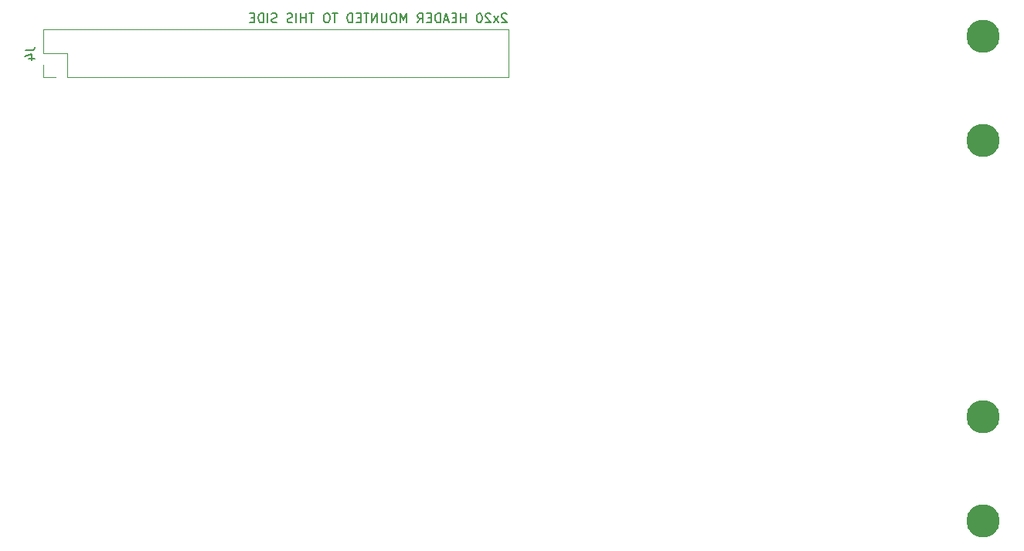
<source format=gbr>
%TF.GenerationSoftware,KiCad,Pcbnew,7.0.1*%
%TF.CreationDate,2023-08-16T19:58:43-04:00*%
%TF.ProjectId,DaughterBoard_UTAP,44617567-6874-4657-9242-6f6172645f55,rev?*%
%TF.SameCoordinates,Original*%
%TF.FileFunction,Legend,Bot*%
%TF.FilePolarity,Positive*%
%FSLAX46Y46*%
G04 Gerber Fmt 4.6, Leading zero omitted, Abs format (unit mm)*
G04 Created by KiCad (PCBNEW 7.0.1) date 2023-08-16 19:58:43*
%MOMM*%
%LPD*%
G01*
G04 APERTURE LIST*
%ADD10C,0.150000*%
%ADD11C,0.120000*%
%ADD12C,3.650000*%
G04 APERTURE END LIST*
D10*
X109559523Y-64222857D02*
X109511904Y-64175238D01*
X109511904Y-64175238D02*
X109416666Y-64127619D01*
X109416666Y-64127619D02*
X109178571Y-64127619D01*
X109178571Y-64127619D02*
X109083333Y-64175238D01*
X109083333Y-64175238D02*
X109035714Y-64222857D01*
X109035714Y-64222857D02*
X108988095Y-64318095D01*
X108988095Y-64318095D02*
X108988095Y-64413333D01*
X108988095Y-64413333D02*
X109035714Y-64556190D01*
X109035714Y-64556190D02*
X109607142Y-65127619D01*
X109607142Y-65127619D02*
X108988095Y-65127619D01*
X108654761Y-65127619D02*
X108130952Y-64460952D01*
X108654761Y-64460952D02*
X108130952Y-65127619D01*
X107797618Y-64222857D02*
X107749999Y-64175238D01*
X107749999Y-64175238D02*
X107654761Y-64127619D01*
X107654761Y-64127619D02*
X107416666Y-64127619D01*
X107416666Y-64127619D02*
X107321428Y-64175238D01*
X107321428Y-64175238D02*
X107273809Y-64222857D01*
X107273809Y-64222857D02*
X107226190Y-64318095D01*
X107226190Y-64318095D02*
X107226190Y-64413333D01*
X107226190Y-64413333D02*
X107273809Y-64556190D01*
X107273809Y-64556190D02*
X107845237Y-65127619D01*
X107845237Y-65127619D02*
X107226190Y-65127619D01*
X106607142Y-64127619D02*
X106511904Y-64127619D01*
X106511904Y-64127619D02*
X106416666Y-64175238D01*
X106416666Y-64175238D02*
X106369047Y-64222857D01*
X106369047Y-64222857D02*
X106321428Y-64318095D01*
X106321428Y-64318095D02*
X106273809Y-64508571D01*
X106273809Y-64508571D02*
X106273809Y-64746666D01*
X106273809Y-64746666D02*
X106321428Y-64937142D01*
X106321428Y-64937142D02*
X106369047Y-65032380D01*
X106369047Y-65032380D02*
X106416666Y-65080000D01*
X106416666Y-65080000D02*
X106511904Y-65127619D01*
X106511904Y-65127619D02*
X106607142Y-65127619D01*
X106607142Y-65127619D02*
X106702380Y-65080000D01*
X106702380Y-65080000D02*
X106749999Y-65032380D01*
X106749999Y-65032380D02*
X106797618Y-64937142D01*
X106797618Y-64937142D02*
X106845237Y-64746666D01*
X106845237Y-64746666D02*
X106845237Y-64508571D01*
X106845237Y-64508571D02*
X106797618Y-64318095D01*
X106797618Y-64318095D02*
X106749999Y-64222857D01*
X106749999Y-64222857D02*
X106702380Y-64175238D01*
X106702380Y-64175238D02*
X106607142Y-64127619D01*
X105083332Y-65127619D02*
X105083332Y-64127619D01*
X105083332Y-64603809D02*
X104511904Y-64603809D01*
X104511904Y-65127619D02*
X104511904Y-64127619D01*
X104035713Y-64603809D02*
X103702380Y-64603809D01*
X103559523Y-65127619D02*
X104035713Y-65127619D01*
X104035713Y-65127619D02*
X104035713Y-64127619D01*
X104035713Y-64127619D02*
X103559523Y-64127619D01*
X103178570Y-64841904D02*
X102702380Y-64841904D01*
X103273808Y-65127619D02*
X102940475Y-64127619D01*
X102940475Y-64127619D02*
X102607142Y-65127619D01*
X102273808Y-65127619D02*
X102273808Y-64127619D01*
X102273808Y-64127619D02*
X102035713Y-64127619D01*
X102035713Y-64127619D02*
X101892856Y-64175238D01*
X101892856Y-64175238D02*
X101797618Y-64270476D01*
X101797618Y-64270476D02*
X101749999Y-64365714D01*
X101749999Y-64365714D02*
X101702380Y-64556190D01*
X101702380Y-64556190D02*
X101702380Y-64699047D01*
X101702380Y-64699047D02*
X101749999Y-64889523D01*
X101749999Y-64889523D02*
X101797618Y-64984761D01*
X101797618Y-64984761D02*
X101892856Y-65080000D01*
X101892856Y-65080000D02*
X102035713Y-65127619D01*
X102035713Y-65127619D02*
X102273808Y-65127619D01*
X101273808Y-64603809D02*
X100940475Y-64603809D01*
X100797618Y-65127619D02*
X101273808Y-65127619D01*
X101273808Y-65127619D02*
X101273808Y-64127619D01*
X101273808Y-64127619D02*
X100797618Y-64127619D01*
X99797618Y-65127619D02*
X100130951Y-64651428D01*
X100369046Y-65127619D02*
X100369046Y-64127619D01*
X100369046Y-64127619D02*
X99988094Y-64127619D01*
X99988094Y-64127619D02*
X99892856Y-64175238D01*
X99892856Y-64175238D02*
X99845237Y-64222857D01*
X99845237Y-64222857D02*
X99797618Y-64318095D01*
X99797618Y-64318095D02*
X99797618Y-64460952D01*
X99797618Y-64460952D02*
X99845237Y-64556190D01*
X99845237Y-64556190D02*
X99892856Y-64603809D01*
X99892856Y-64603809D02*
X99988094Y-64651428D01*
X99988094Y-64651428D02*
X100369046Y-64651428D01*
X98607141Y-65127619D02*
X98607141Y-64127619D01*
X98607141Y-64127619D02*
X98273808Y-64841904D01*
X98273808Y-64841904D02*
X97940475Y-64127619D01*
X97940475Y-64127619D02*
X97940475Y-65127619D01*
X97273808Y-64127619D02*
X97083332Y-64127619D01*
X97083332Y-64127619D02*
X96988094Y-64175238D01*
X96988094Y-64175238D02*
X96892856Y-64270476D01*
X96892856Y-64270476D02*
X96845237Y-64460952D01*
X96845237Y-64460952D02*
X96845237Y-64794285D01*
X96845237Y-64794285D02*
X96892856Y-64984761D01*
X96892856Y-64984761D02*
X96988094Y-65080000D01*
X96988094Y-65080000D02*
X97083332Y-65127619D01*
X97083332Y-65127619D02*
X97273808Y-65127619D01*
X97273808Y-65127619D02*
X97369046Y-65080000D01*
X97369046Y-65080000D02*
X97464284Y-64984761D01*
X97464284Y-64984761D02*
X97511903Y-64794285D01*
X97511903Y-64794285D02*
X97511903Y-64460952D01*
X97511903Y-64460952D02*
X97464284Y-64270476D01*
X97464284Y-64270476D02*
X97369046Y-64175238D01*
X97369046Y-64175238D02*
X97273808Y-64127619D01*
X96416665Y-64127619D02*
X96416665Y-64937142D01*
X96416665Y-64937142D02*
X96369046Y-65032380D01*
X96369046Y-65032380D02*
X96321427Y-65080000D01*
X96321427Y-65080000D02*
X96226189Y-65127619D01*
X96226189Y-65127619D02*
X96035713Y-65127619D01*
X96035713Y-65127619D02*
X95940475Y-65080000D01*
X95940475Y-65080000D02*
X95892856Y-65032380D01*
X95892856Y-65032380D02*
X95845237Y-64937142D01*
X95845237Y-64937142D02*
X95845237Y-64127619D01*
X95369046Y-65127619D02*
X95369046Y-64127619D01*
X95369046Y-64127619D02*
X94797618Y-65127619D01*
X94797618Y-65127619D02*
X94797618Y-64127619D01*
X94464284Y-64127619D02*
X93892856Y-64127619D01*
X94178570Y-65127619D02*
X94178570Y-64127619D01*
X93559522Y-64603809D02*
X93226189Y-64603809D01*
X93083332Y-65127619D02*
X93559522Y-65127619D01*
X93559522Y-65127619D02*
X93559522Y-64127619D01*
X93559522Y-64127619D02*
X93083332Y-64127619D01*
X92654760Y-65127619D02*
X92654760Y-64127619D01*
X92654760Y-64127619D02*
X92416665Y-64127619D01*
X92416665Y-64127619D02*
X92273808Y-64175238D01*
X92273808Y-64175238D02*
X92178570Y-64270476D01*
X92178570Y-64270476D02*
X92130951Y-64365714D01*
X92130951Y-64365714D02*
X92083332Y-64556190D01*
X92083332Y-64556190D02*
X92083332Y-64699047D01*
X92083332Y-64699047D02*
X92130951Y-64889523D01*
X92130951Y-64889523D02*
X92178570Y-64984761D01*
X92178570Y-64984761D02*
X92273808Y-65080000D01*
X92273808Y-65080000D02*
X92416665Y-65127619D01*
X92416665Y-65127619D02*
X92654760Y-65127619D01*
X91035712Y-64127619D02*
X90464284Y-64127619D01*
X90749998Y-65127619D02*
X90749998Y-64127619D01*
X89940474Y-64127619D02*
X89749998Y-64127619D01*
X89749998Y-64127619D02*
X89654760Y-64175238D01*
X89654760Y-64175238D02*
X89559522Y-64270476D01*
X89559522Y-64270476D02*
X89511903Y-64460952D01*
X89511903Y-64460952D02*
X89511903Y-64794285D01*
X89511903Y-64794285D02*
X89559522Y-64984761D01*
X89559522Y-64984761D02*
X89654760Y-65080000D01*
X89654760Y-65080000D02*
X89749998Y-65127619D01*
X89749998Y-65127619D02*
X89940474Y-65127619D01*
X89940474Y-65127619D02*
X90035712Y-65080000D01*
X90035712Y-65080000D02*
X90130950Y-64984761D01*
X90130950Y-64984761D02*
X90178569Y-64794285D01*
X90178569Y-64794285D02*
X90178569Y-64460952D01*
X90178569Y-64460952D02*
X90130950Y-64270476D01*
X90130950Y-64270476D02*
X90035712Y-64175238D01*
X90035712Y-64175238D02*
X89940474Y-64127619D01*
X88464283Y-64127619D02*
X87892855Y-64127619D01*
X88178569Y-65127619D02*
X88178569Y-64127619D01*
X87559521Y-65127619D02*
X87559521Y-64127619D01*
X87559521Y-64603809D02*
X86988093Y-64603809D01*
X86988093Y-65127619D02*
X86988093Y-64127619D01*
X86511902Y-65127619D02*
X86511902Y-64127619D01*
X86083331Y-65080000D02*
X85940474Y-65127619D01*
X85940474Y-65127619D02*
X85702379Y-65127619D01*
X85702379Y-65127619D02*
X85607141Y-65080000D01*
X85607141Y-65080000D02*
X85559522Y-65032380D01*
X85559522Y-65032380D02*
X85511903Y-64937142D01*
X85511903Y-64937142D02*
X85511903Y-64841904D01*
X85511903Y-64841904D02*
X85559522Y-64746666D01*
X85559522Y-64746666D02*
X85607141Y-64699047D01*
X85607141Y-64699047D02*
X85702379Y-64651428D01*
X85702379Y-64651428D02*
X85892855Y-64603809D01*
X85892855Y-64603809D02*
X85988093Y-64556190D01*
X85988093Y-64556190D02*
X86035712Y-64508571D01*
X86035712Y-64508571D02*
X86083331Y-64413333D01*
X86083331Y-64413333D02*
X86083331Y-64318095D01*
X86083331Y-64318095D02*
X86035712Y-64222857D01*
X86035712Y-64222857D02*
X85988093Y-64175238D01*
X85988093Y-64175238D02*
X85892855Y-64127619D01*
X85892855Y-64127619D02*
X85654760Y-64127619D01*
X85654760Y-64127619D02*
X85511903Y-64175238D01*
X84369045Y-65080000D02*
X84226188Y-65127619D01*
X84226188Y-65127619D02*
X83988093Y-65127619D01*
X83988093Y-65127619D02*
X83892855Y-65080000D01*
X83892855Y-65080000D02*
X83845236Y-65032380D01*
X83845236Y-65032380D02*
X83797617Y-64937142D01*
X83797617Y-64937142D02*
X83797617Y-64841904D01*
X83797617Y-64841904D02*
X83845236Y-64746666D01*
X83845236Y-64746666D02*
X83892855Y-64699047D01*
X83892855Y-64699047D02*
X83988093Y-64651428D01*
X83988093Y-64651428D02*
X84178569Y-64603809D01*
X84178569Y-64603809D02*
X84273807Y-64556190D01*
X84273807Y-64556190D02*
X84321426Y-64508571D01*
X84321426Y-64508571D02*
X84369045Y-64413333D01*
X84369045Y-64413333D02*
X84369045Y-64318095D01*
X84369045Y-64318095D02*
X84321426Y-64222857D01*
X84321426Y-64222857D02*
X84273807Y-64175238D01*
X84273807Y-64175238D02*
X84178569Y-64127619D01*
X84178569Y-64127619D02*
X83940474Y-64127619D01*
X83940474Y-64127619D02*
X83797617Y-64175238D01*
X83369045Y-65127619D02*
X83369045Y-64127619D01*
X82892855Y-65127619D02*
X82892855Y-64127619D01*
X82892855Y-64127619D02*
X82654760Y-64127619D01*
X82654760Y-64127619D02*
X82511903Y-64175238D01*
X82511903Y-64175238D02*
X82416665Y-64270476D01*
X82416665Y-64270476D02*
X82369046Y-64365714D01*
X82369046Y-64365714D02*
X82321427Y-64556190D01*
X82321427Y-64556190D02*
X82321427Y-64699047D01*
X82321427Y-64699047D02*
X82369046Y-64889523D01*
X82369046Y-64889523D02*
X82416665Y-64984761D01*
X82416665Y-64984761D02*
X82511903Y-65080000D01*
X82511903Y-65080000D02*
X82654760Y-65127619D01*
X82654760Y-65127619D02*
X82892855Y-65127619D01*
X81892855Y-64603809D02*
X81559522Y-64603809D01*
X81416665Y-65127619D02*
X81892855Y-65127619D01*
X81892855Y-65127619D02*
X81892855Y-64127619D01*
X81892855Y-64127619D02*
X81416665Y-64127619D01*
%TO.C,J4*%
X56842619Y-68186666D02*
X57556904Y-68186666D01*
X57556904Y-68186666D02*
X57699761Y-68139047D01*
X57699761Y-68139047D02*
X57795000Y-68043809D01*
X57795000Y-68043809D02*
X57842619Y-67900952D01*
X57842619Y-67900952D02*
X57842619Y-67805714D01*
X57175952Y-69091428D02*
X57842619Y-69091428D01*
X56795000Y-68853333D02*
X57509285Y-68615238D01*
X57509285Y-68615238D02*
X57509285Y-69234285D01*
D11*
X109740000Y-65920000D02*
X109740000Y-71120000D01*
X58820000Y-65920000D02*
X109740000Y-65920000D01*
X58820000Y-65920000D02*
X58820000Y-68520000D01*
X61420000Y-68520000D02*
X61420000Y-71120000D01*
X58820000Y-68520000D02*
X61420000Y-68520000D01*
X58820000Y-69790000D02*
X58820000Y-71120000D01*
X61420000Y-71120000D02*
X109740000Y-71120000D01*
X58820000Y-71120000D02*
X60150000Y-71120000D01*
%TD*%
D12*
%TO.C,    X2    *%
X161770000Y-78097500D03*
X161770000Y-66667500D03*
%TD*%
%TO.C,    X1    *%
X161770000Y-119847500D03*
X161770000Y-108417500D03*
%TD*%
M02*

</source>
